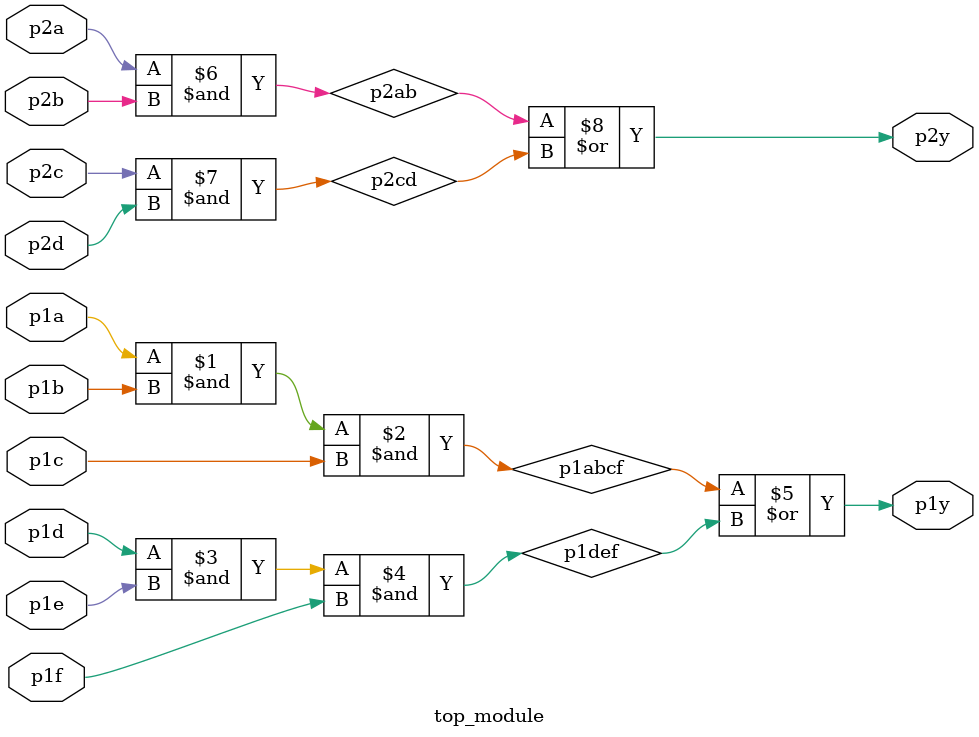
<source format=sv>
module top_module (
    input p1a,
    input p1b,
    input p1c,
    input p1d,
    input p1e,
    input p1f,
    output p1y,
    input p2a,
    input p2b,
    input p2c,
    input p2d,
    output p2y
);

    wire p1abcf;
    wire p1def;
    wire p2ab;
    wire p2cd;
    
    assign p1abcf = p1a & p1b & p1c;
    assign p1def = p1d & p1e & p1f;
    assign p1y = p1abcf | p1def;
    
    assign p2ab = p2a & p2b;
    assign p2cd = p2c & p2d;
    assign p2y = p2ab | p2cd;

endmodule

</source>
